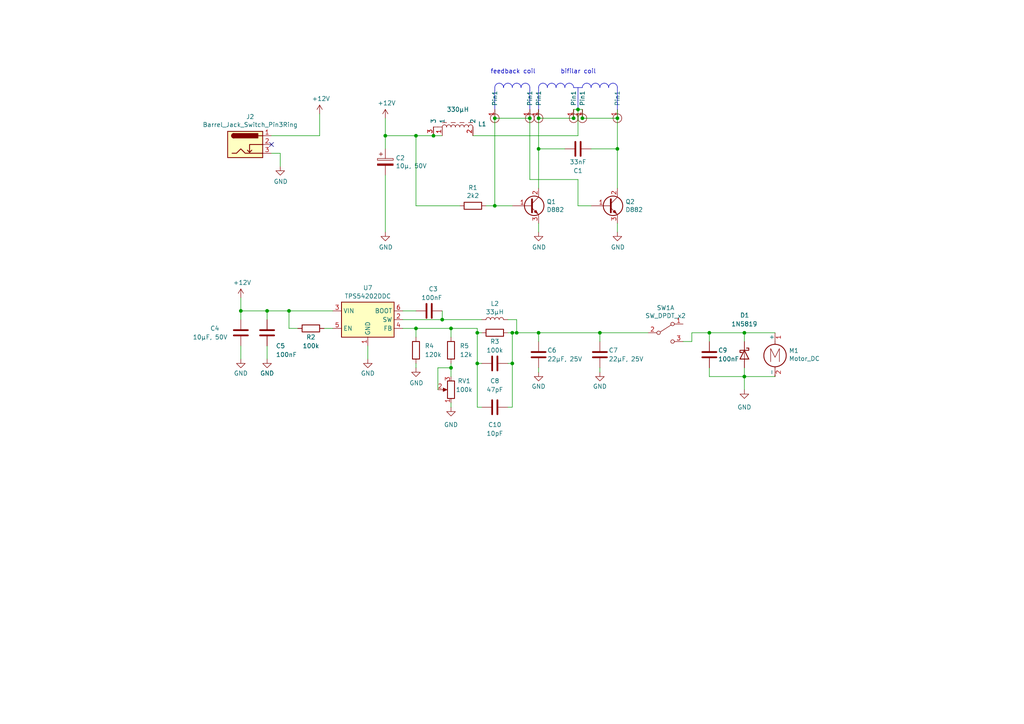
<source format=kicad_sch>
(kicad_sch (version 20230121) (generator eeschema)
  (paper "A4")
  (title_block (title "RD56c_PS_V1") (date "2021-01-03") (rev "V1") (company "Ludwin Monz") (comment 1 "you may not use the material for commercial purposes") (comment 2 "you may use non-commercially, adapt, share alike") (comment 3 "https://creativecommons.org/licenses/by-nc-sa/4.0/") (comment 4 "License: Creative Commons Attribution-Non-Commercial (CC BY-NC-SA)"))
  (lib_symbols
    (symbol "Connector:Barrel_Jack_Switch_Pin3Ring" (pin_names hide)
      (property "Reference" "J" (at 0 5.334 0))
      (property "Value" "Barrel_Jack_Switch_Pin3Ring" (at 0 -5.08 0))
      (symbol "Barrel_Jack_Switch_Pin3Ring_0_1"
        (rectangle (start -5.08 3.81) (end 5.08 -3.81) (stroke (width 0.254)) (fill (type background)))
        (arc (start -3.302 3.175) (mid -3.9343 2.54) (end -3.302 1.905) (stroke (width 0.254)))
        (arc (start -3.302 3.175) (mid -3.9343 2.54) (end -3.302 1.905) (stroke (width 0.254)) (fill (type outline)))
        (polyline (pts (xy 1.27 -2.286) (xy 1.905 -1.651)) (stroke (width 0.254)))
        (polyline (pts (xy 5.08 2.54) (xy 3.81 2.54)) (stroke (width 0.254)))
        (polyline (pts (xy 5.08 0) (xy 1.27 0) (xy 1.27 -2.286) (xy 0.635 -1.651)) (stroke (width 0.254)))
        (polyline (pts (xy -3.81 -2.54) (xy -2.54 -2.54) (xy -1.27 -1.27) (xy 0 -2.54) (xy 2.54 -2.54) (xy 5.08 -2.54)) (stroke (width 0.254)))
        (rectangle (start 3.683 3.175) (end -3.302 1.905) (stroke (width 0.254)) (fill (type outline)))
      )
      (symbol "Barrel_Jack_Switch_Pin3Ring_1_1"
        (pin passive line (at 7.62 2.54 180) (length 2.54) (name "~") (number "1"))
        (pin passive line (at 7.62 0 180) (length 2.54) (name "~") (number "2"))
        (pin passive line (at 7.62 -2.54 180) (length 2.54) (name "~") (number "3"))
      )
    )
    (symbol "Device:C" (pin_numbers hide) (pin_names (offset 0.254))
      (property "Reference" "C" (at 0.635 2.54 0))
      (property "Value" "C" (at 0.635 -2.54 0))
      (symbol "C_0_1"
        (polyline (pts (xy -2.032 -0.762) (xy 2.032 -0.762)) (stroke (width 0.508)))
        (polyline (pts (xy -2.032 0.762) (xy 2.032 0.762)) (stroke (width 0.508)))
      )
      (symbol "C_1_1"
        (pin passive line (at 0 3.81 270) (length 2.794) (name "~") (number "1"))
        (pin passive line (at 0 -3.81 90) (length 2.794) (name "~") (number "2"))
      )
    )
    (symbol "Device:D_Schottky" (pin_numbers hide) (pin_names (offset 1.016) hide)
      (property "Reference" "D" (at 0 2.54 0))
      (property "Value" "D_Schottky" (at 0 -2.54 0))
      (symbol "D_Schottky_0_1"
        (polyline (pts (xy 1.27 0) (xy -1.27 0)))
        (polyline (pts (xy 1.27 1.27) (xy 1.27 -1.27) (xy -1.27 0) (xy 1.27 1.27)) (stroke (width 0.254)))
        (polyline (pts (xy -1.905 0.635) (xy -1.905 1.27) (xy -1.27 1.27) (xy -1.27 -1.27) (xy -0.635 -1.27) (xy -0.635 -0.635)) (stroke (width 0.254)))
      )
      (symbol "D_Schottky_1_1"
        (pin passive line (at -3.81 0 0) (length 2.54) (name "K") (number "1"))
        (pin passive line (at 3.81 0 180) (length 2.54) (name "A") (number "2"))
      )
    )
    (symbol "Device:L" (pin_numbers hide) (pin_names (offset 1.016) hide)
      (property "Reference" "L" (at -1.27 0 90))
      (property "Value" "L" (at 1.905 0 90))
      (symbol "L_0_1"
        (arc (start 0 -2.54) (mid 0.6323 -1.905) (end 0 -1.27))
        (arc (start 0 -1.27) (mid 0.6323 -0.635) (end 0 0))
        (arc (start 0 0) (mid 0.6323 0.635) (end 0 1.27))
        (arc (start 0 1.27) (mid 0.6323 1.905) (end 0 2.54))
      )
      (symbol "L_1_1"
        (pin passive line (at 0 3.81 270) (length 1.27) (name "1") (number "1"))
        (pin passive line (at 0 -3.81 90) (length 1.27) (name "2") (number "2"))
      )
    )
    (symbol "Device:Q_NPN_BCE" (pin_names (offset 0) hide)
      (property "Reference" "Q" (at 5.08 1.27 0))
      (property "Value" "Q_NPN_BCE" (at 5.08 -1.27 0))
      (symbol "Q_NPN_BCE_0_1"
        (polyline (pts (xy 0.635 0.635) (xy 2.54 2.54)))
        (polyline (pts (xy 0.635 -0.635) (xy 2.54 -2.54) (xy 2.54 -2.54)))
        (polyline (pts (xy 0.635 1.905) (xy 0.635 -1.905) (xy 0.635 -1.905)) (stroke (width 0.508)))
        (polyline (pts (xy 1.27 -1.778) (xy 1.778 -1.27) (xy 2.286 -2.286) (xy 1.27 -1.778) (xy 1.27 -1.778)) (fill (type outline)))
        (circle (center 1.27 0) (radius 2.8194) (stroke (width 0.254)))
      )
      (symbol "Q_NPN_BCE_1_1"
        (pin input line (at -5.08 0 0) (length 5.715) (name "B") (number "1"))
        (pin passive line (at 2.54 5.08 270) (length 2.54) (name "C") (number "2"))
        (pin passive line (at 2.54 -5.08 90) (length 2.54) (name "E") (number "3"))
      )
    )
    (symbol "Device:R" (pin_numbers hide) (pin_names (offset 0))
      (property "Reference" "R" (at 2.032 0 90))
      (property "Value" "R" (at 0 0 90))
      (symbol "R_0_1"
        (rectangle (start -1.016 -2.54) (end 1.016 2.54) (stroke (width 0.254)))
      )
      (symbol "R_1_1"
        (pin passive line (at 0 3.81 270) (length 1.27) (name "~") (number "1"))
        (pin passive line (at 0 -3.81 90) (length 1.27) (name "~") (number "2"))
      )
    )
    (symbol "Motor:Motor_DC" (pin_names (offset 0))
      (property "Reference" "M" (at 2.54 2.54 0))
      (property "Value" "Motor_DC" (at 2.54 -5.08 0))
      (symbol "Motor_DC_0_0"
        (polyline (pts (xy -1.27 -3.302) (xy -1.27 0.508) (xy 0 -2.032) (xy 1.27 0.508) (xy 1.27 -3.302)))
      )
      (symbol "Motor_DC_0_1"
        (circle (center 0 -1.524) (radius 3.2512) (stroke (width 0.254)))
        (polyline (pts (xy 0 -7.62) (xy 0 -7.112)))
        (polyline (pts (xy 0 -4.7752) (xy 0 -5.1816)))
        (polyline (pts (xy 0 1.7272) (xy 0 2.0828)))
        (polyline (pts (xy 0 2.032) (xy 0 2.54)))
      )
      (symbol "Motor_DC_1_1"
        (pin passive line (at 0 5.08 270) (length 2.54) (name "+") (number "1"))
        (pin passive line (at 0 -7.62 90) (length 2.54) (name "-") (number "2"))
      )
    )
    (symbol "PS POV radio V3-rescue:+12V-power" (power) (pin_names (offset 0))
      (property "Value" "+12V-power" (at 0 3.556 0))
      (symbol "+12V-power_0_1"
        (polyline (pts (xy -0.762 1.27) (xy 0 2.54)))
        (polyline (pts (xy 0 0) (xy 0 2.54)))
        (polyline (pts (xy 0 2.54) (xy 0.762 1.27)))
      )
      (symbol "+12V-power_1_1"
        (pin power_in line (at 0 0 90) (length 0) hide (name "+12V") (number "1"))
      )
    )
    (symbol "PS POV radio V3-rescue:GND-power" (power) (pin_names (offset 0))
      (property "Value" "GND-power" (at 0 -3.81 0))
      (symbol "GND-power_0_1"
        (polyline (pts (xy 0 0) (xy 0 -1.27) (xy 1.27 -1.27) (xy 0 -2.54) (xy -1.27 -1.27) (xy 0 -1.27)))
      )
      (symbol "GND-power_1_1"
        (pin power_in line (at 0 0 270) (length 0) hide (name "GND") (number "1"))
      )
    )
    (symbol "RD40_PS_V1-rescue:R_POT-Device" (pin_names (offset 1.016) hide)
      (property "Reference" "RV" (at -4.445 0 90))
      (property "Value" "Device_R_POT" (at -2.54 0 90))
      (symbol "R_POT-Device_0_1"
        (polyline (pts (xy 2.54 0) (xy 1.524 0)))
        (polyline (pts (xy 1.143 0) (xy 2.286 0.508) (xy 2.286 -0.508) (xy 1.143 0)) (fill (type outline)))
        (rectangle (start 1.016 2.54) (end -1.016 -2.54) (stroke (width 0.254)))
      )
      (symbol "R_POT-Device_1_1"
        (pin passive line (at 0 3.81 270) (length 1.27) (name "1") (number "1"))
        (pin passive line (at 3.81 0 180) (length 1.27) (name "2") (number "2"))
        (pin passive line (at 0 -3.81 90) (length 1.27) (name "3") (number "3"))
      )
    )
    (symbol "RD56c_PS_V1-rescue:CP-Device" (pin_numbers hide) (pin_names (offset 0.254))
      (property "Reference" "C" (at 0.635 2.54 0))
      (property "Value" "Device_CP" (at 0.635 -2.54 0))
      (symbol "CP-Device_0_1"
        (rectangle (start -2.286 0.508) (end 2.286 1.016))
        (polyline (pts (xy -1.778 2.286) (xy -0.762 2.286)))
        (polyline (pts (xy -1.27 2.794) (xy -1.27 1.778)))
        (rectangle (start 2.286 -0.508) (end -2.286 -1.016) (fill (type outline)))
      )
      (symbol "CP-Device_1_1"
        (pin passive line (at 0 3.81 270) (length 2.794) (name "~") (number "1"))
        (pin passive line (at 0 -3.81 90) (length 2.794) (name "~") (number "2"))
      )
    )
    (symbol "Regulator_Switching:TPS54202DDC"
      (property "Reference" "U" (at -7.62 6.35 0))
      (property "Value" "TPS54202DDC" (at 0 6.35 0))
      (symbol "TPS54202DDC_0_1"
        (rectangle (start -7.62 5.08) (end 7.62 -5.08) (stroke (width 0.254)) (fill (type background)))
      )
      (symbol "TPS54202DDC_1_1"
        (pin power_in line (at 0 -7.62 90) (length 2.54) (name "GND") (number "1"))
        (pin power_out line (at 10.16 0 180) (length 2.54) (name "SW") (number "2"))
        (pin power_in line (at -10.16 2.54 0) (length 2.54) (name "VIN") (number "3"))
        (pin input line (at 10.16 -2.54 180) (length 2.54) (name "FB") (number "4"))
        (pin input line (at -10.16 -2.54 0) (length 2.54) (name "EN") (number "5"))
        (pin passive line (at 10.16 2.54 180) (length 2.54) (name "BOOT") (number "6"))
      )
    )
    (symbol "Switch:SW_DPDT_x2" (pin_names (offset 0) hide)
      (property "Reference" "SW" (at 0 4.318 0))
      (property "Value" "SW_DPDT_x2" (at 0 -5.08 0))
      (symbol "SW_DPDT_x2_0_0"
        (circle (center -2.032 0) (radius 0.508))
        (circle (center 2.032 -2.54) (radius 0.508))
      )
      (symbol "SW_DPDT_x2_0_1"
        (polyline (pts (xy -1.524 0.254) (xy 1.651 2.286)))
        (circle (center 2.032 2.54) (radius 0.508))
      )
      (symbol "SW_DPDT_x2_1_1"
        (pin passive line (at 5.08 2.54 180) (length 2.54) (name "A") (number "1"))
        (pin passive line (at -5.08 0 0) (length 2.54) (name "B") (number "2"))
        (pin passive line (at 5.08 -2.54 180) (length 2.54) (name "C") (number "3"))
      )
      (symbol "SW_DPDT_x2_2_1"
        (pin passive line (at 5.08 2.54 180) (length 2.54) (name "A") (number "4"))
        (pin passive line (at -5.08 0 0) (length 2.54) (name "B") (number "5"))
        (pin passive line (at 5.08 -2.54 180) (length 2.54) (name "C") (number "6"))
      )
    )
    (symbol "my_symbols:Pin-Connector" (pin_names (offset 1.016))
      (property "Value" "Pin-Connector" (at 0 0 0))
      (symbol "Pin-Connector_0_1"
        (circle (center 0 -2.54) (radius 1.27))
      )
      (symbol "Pin-Connector_1_1"
        (pin input line (at 0 -2.54 0) (length 2.54) (name "Pin1") (number "1"))
      )
    )
    (symbol "my_symbols:coil_2size" (pin_names (offset 1.016))
      (property "Reference" "L" (at 7.62 3.81 0))
      (property "Value" "coil_2size" (at 0 3.81 0))
      (symbol "coil_2size_0_1"
        (arc (start -1.27 0) (mid -1.905 0.6323) (end -2.54 0))
        (arc (start -1.27 0) (mid -1.27 0) (end -1.27 0))
        (arc (start 0 0) (mid -0.635 0.6323) (end -1.27 0))
        (polyline (pts (xy -5.08 0) (xy -3.81 0)))
        (polyline (pts (xy -3.81 0) (xy -2.54 0)))
        (polyline (pts (xy -2.54 1.27) (xy -1.27 1.27)))
        (polyline (pts (xy 0 1.27) (xy 1.27 1.27)))
        (polyline (pts (xy 2.54 1.27) (xy 3.81 1.27)))
        (polyline (pts (xy 5.08 1.27) (xy 6.35 1.27)))
        (arc (start 1.27 0) (mid 0.635 0.6323) (end 0 0))
        (arc (start 2.54 0) (mid 1.905 0.6323) (end 1.27 0))
        (arc (start 3.81 0) (mid 3.175 0.6323) (end 2.54 0))
        (arc (start 5.08 0) (mid 4.445 0.6323) (end 3.81 0))
        (arc (start 6.35 0) (mid 5.715 0.6323) (end 5.08 0))
      )
      (symbol "coil_2size_1_1"
        (pin input line (at -2.54 -2.54 90) (length 2.54) (name "1") (number "1"))
        (pin input line (at 6.35 -2.54 90) (length 2.54) (name "2") (number "2"))
        (pin input line (at -5.08 -2.54 90) (length 2.54) (name "3") (number "3"))
      )
    )
    (symbol "power:+12V" (power) (pin_names (offset 0))
      (property "Value" "+12V" (at 0 3.556 0))
      (symbol "+12V_0_1"
        (polyline (pts (xy -0.762 1.27) (xy 0 2.54)))
        (polyline (pts (xy 0 0) (xy 0 2.54)))
        (polyline (pts (xy 0 2.54) (xy 0.762 1.27)))
      )
      (symbol "+12V_1_1"
        (pin power_in line (at 0 0 90) (length 0) hide (name "+12V") (number "1"))
      )
    )
    (symbol "power:GND" (power) (pin_names (offset 0))
      (property "Value" "GND" (at 0 -3.81 0))
      (symbol "GND_0_1"
        (polyline (pts (xy 0 0) (xy 0 -1.27) (xy 1.27 -1.27) (xy 0 -2.54) (xy -1.27 -1.27) (xy 0 -1.27)))
      )
      (symbol "GND_1_1"
        (pin power_in line (at 0 0 270) (length 0) hide (name "GND") (number "1"))
      )
    )
  )
  (junction (at 179.07 43.18))
  (junction (at 143.51 34.29))
  (junction (at 130.81 95.25))
  (junction (at 125.73 39.37))
  (junction (at 130.81 106.68))
  (junction (at 205.74 96.52))
  (junction (at 120.65 95.25))
  (junction (at 156.21 43.18))
  (junction (at 179.07 34.29))
  (junction (at 120.65 39.37))
  (junction (at 148.59 105.41))
  (junction (at 215.9 109.22))
  (junction (at 111.76 39.37))
  (junction (at 156.21 96.52))
  (junction (at 143.51 59.69))
  (junction (at 153.67 34.29))
  (junction (at 173.99 96.52))
  (junction (at 77.47 90.17))
  (junction (at 156.21 34.29))
  (junction (at 69.85 90.17))
  (junction (at 83.82 90.17))
  (junction (at 166.37 34.29))
  (junction (at 138.43 105.41))
  (junction (at 215.9 96.52))
  (junction (at 149.86 96.52))
  (junction (at 148.59 96.52))
  (junction (at 138.43 96.52))
  (junction (at 167.64 31.75))
  (junction (at 168.91 34.29))
  (junction (at 128.27 92.71))
  (no_connect (at 78.74 41.91))
  (wire (pts (xy 166.37 34.29) (xy 166.37 31.75)))
  (wire (pts (xy 92.71 39.37) (xy 92.71 33.02)))
  (wire (pts (xy 156.21 96.52) (xy 149.86 96.52)))
  (wire (pts (xy 78.74 39.37) (xy 92.71 39.37)))
  (wire (pts (xy 138.43 96.52) (xy 138.43 95.25)))
  (wire (pts (xy 156.21 106.68) (xy 156.21 107.95)))
  (wire (pts (xy 86.36 95.25) (xy 83.82 95.25)))
  (wire (pts (xy 173.99 96.52) (xy 187.96 96.52)))
  (wire (pts (xy 153.67 34.29) (xy 153.67 52.07)))
  (wire (pts (xy 69.85 100.33) (xy 69.85 104.14)))
  (wire (pts (xy 167.64 31.75) (xy 168.91 31.75)))
  (wire (pts (xy 130.81 116.84) (xy 130.81 118.11)))
  (wire (pts (xy 138.43 96.52) (xy 139.7 96.52)))
  (wire (pts (xy 77.47 100.33) (xy 77.47 104.14)))
  (wire (pts (xy 166.37 34.29) (xy 156.21 34.29)))
  (wire (pts (xy 215.9 109.22) (xy 224.79 109.22)))
  (wire (pts (xy 156.21 34.29) (xy 156.21 43.18)))
  (wire (pts (xy 130.81 95.25) (xy 138.43 95.25)))
  (wire (pts (xy 130.81 106.68) (xy 130.81 109.22)))
  (wire (pts (xy 77.47 90.17) (xy 77.47 92.71)))
  (wire (pts (xy 205.74 99.06) (xy 205.74 96.52)))
  (wire (pts (xy 125.73 39.37) (xy 128.27 39.37)))
  (wire (pts (xy 138.43 105.41) (xy 138.43 96.52)))
  (wire (pts (xy 147.32 105.41) (xy 148.59 105.41)))
  (wire (pts (xy 200.66 96.52) (xy 205.74 96.52)))
  (wire (pts (xy 128.27 92.71) (xy 139.7 92.71)))
  (wire (pts (xy 153.67 34.29) (xy 143.51 34.29)))
  (wire (pts (xy 179.07 34.29) (xy 168.91 34.29)))
  (wire (pts (xy 69.85 90.17) (xy 69.85 92.71)))
  (wire (pts (xy 143.51 34.29) (xy 143.51 59.69)))
  (wire (pts (xy 127 106.68) (xy 130.81 106.68)))
  (wire (pts (xy 139.7 118.11) (xy 138.43 118.11)))
  (wire (pts (xy 179.07 31.75) (xy 179.07 34.29)))
  (wire (pts (xy 125.73 39.37) (xy 120.65 39.37)))
  (wire (pts (xy 179.07 67.31) (xy 179.07 64.77)))
  (wire (pts (xy 167.64 52.07) (xy 167.64 59.69)))
  (wire (pts (xy 173.99 106.68) (xy 173.99 107.95)))
  (wire (pts (xy 153.67 52.07) (xy 167.64 52.07)))
  (wire (pts (xy 120.65 59.69) (xy 120.65 39.37)))
  (wire (pts (xy 120.65 105.41) (xy 120.65 106.68)))
  (wire (pts (xy 205.74 96.52) (xy 215.9 96.52)))
  (wire (pts (xy 156.21 31.75) (xy 156.21 34.29)))
  (wire (pts (xy 153.67 31.75) (xy 153.67 34.29)))
  (wire (pts (xy 173.99 99.06) (xy 173.99 96.52)))
  (wire (pts (xy 166.37 31.75) (xy 167.64 31.75)))
  (wire (pts (xy 167.64 59.69) (xy 171.45 59.69)))
  (wire (pts (xy 163.83 43.18) (xy 156.21 43.18)))
  (wire (pts (xy 147.32 118.11) (xy 148.59 118.11)))
  (wire (pts (xy 205.74 106.68) (xy 205.74 109.22)))
  (wire (pts (xy 128.27 90.17) (xy 128.27 92.71)))
  (wire (pts (xy 111.76 34.29) (xy 111.76 39.37)))
  (wire (pts (xy 156.21 67.31) (xy 156.21 64.77)))
  (wire (pts (xy 116.84 90.17) (xy 120.65 90.17)))
  (wire (pts (xy 167.64 39.37) (xy 137.16 39.37)))
  (wire (pts (xy 116.84 92.71) (xy 128.27 92.71)))
  (wire (pts (xy 156.21 43.18) (xy 156.21 54.61)))
  (wire (pts (xy 83.82 95.25) (xy 83.82 90.17)))
  (wire (pts (xy 149.86 92.71) (xy 149.86 96.52)))
  (wire (pts (xy 83.82 90.17) (xy 96.52 90.17)))
  (wire (pts (xy 149.86 96.52) (xy 148.59 96.52)))
  (wire (pts (xy 120.65 95.25) (xy 130.81 95.25)))
  (wire (pts (xy 116.84 95.25) (xy 120.65 95.25)))
  (wire (pts (xy 139.7 105.41) (xy 138.43 105.41)))
  (wire (pts (xy 127 113.03) (xy 127 106.68)))
  (wire (pts (xy 133.35 59.69) (xy 120.65 59.69)))
  (wire (pts (xy 130.81 105.41) (xy 130.81 106.68)))
  (wire (pts (xy 156.21 99.06) (xy 156.21 96.52)))
  (wire (pts (xy 143.51 31.75) (xy 143.51 34.29)))
  (wire (pts (xy 120.65 39.37) (xy 111.76 39.37)))
  (wire (pts (xy 171.45 43.18) (xy 179.07 43.18)))
  (wire (pts (xy 106.68 100.33) (xy 106.68 104.14)))
  (wire (pts (xy 215.9 96.52) (xy 215.9 99.06)))
  (wire (pts (xy 130.81 95.25) (xy 130.81 97.79)))
  (wire (pts (xy 167.64 31.75) (xy 167.64 39.37)))
  (wire (pts (xy 205.74 109.22) (xy 215.9 109.22)))
  (wire (pts (xy 148.59 96.52) (xy 147.32 96.52)))
  (wire (pts (xy 179.07 34.29) (xy 179.07 43.18)))
  (wire (pts (xy 147.32 92.71) (xy 149.86 92.71)))
  (wire (pts (xy 69.85 86.36) (xy 69.85 90.17)))
  (wire (pts (xy 215.9 96.52) (xy 224.79 96.52)))
  (wire (pts (xy 200.66 99.06) (xy 200.66 96.52)))
  (wire (pts (xy 111.76 39.37) (xy 111.76 43.18)))
  (wire (pts (xy 198.12 99.06) (xy 200.66 99.06)))
  (wire (pts (xy 120.65 95.25) (xy 120.65 97.79)))
  (wire (pts (xy 143.51 59.69) (xy 148.59 59.69)))
  (wire (pts (xy 215.9 106.68) (xy 215.9 109.22)))
  (wire (pts (xy 111.76 50.8) (xy 111.76 67.31)))
  (wire (pts (xy 93.98 95.25) (xy 96.52 95.25)))
  (wire (pts (xy 78.74 44.45) (xy 81.28 44.45)))
  (wire (pts (xy 148.59 118.11) (xy 148.59 105.41)))
  (wire (pts (xy 143.51 59.69) (xy 140.97 59.69)))
  (wire (pts (xy 168.91 34.29) (xy 168.91 31.75)))
  (wire (pts (xy 148.59 105.41) (xy 148.59 96.52)))
  (wire (pts (xy 138.43 118.11) (xy 138.43 105.41)))
  (wire (pts (xy 81.28 44.45) (xy 81.28 48.26)))
  (wire (pts (xy 69.85 90.17) (xy 77.47 90.17)))
  (wire (pts (xy 173.99 96.52) (xy 156.21 96.52)))
  (wire (pts (xy 179.07 43.18) (xy 179.07 54.61)))
  (wire (pts (xy 77.47 90.17) (xy 83.82 90.17)))
  (wire (pts (xy 215.9 109.22) (xy 215.9 113.03)))
  (rectangle (start 167.64 25.4) (end 167.64 31.75))
  (arc (start 177.8 24.13) (mid 178.698 24.502) (end 179.07 25.4))
  (arc (start 165.1 24.13) (mid 165.998 24.502) (end 166.37 25.4))
  (arc (start 149.86 24.13) (mid 150.758 24.502) (end 151.13 25.4))
  (arc (start 151.13 25.4) (mid 151.502 24.502) (end 152.4 24.13))
  (arc (start 162.56 24.13) (mid 163.458 24.502) (end 163.83 25.4))
  (arc (start 156.21 25.4) (mid 156.582 24.502) (end 157.48 24.13))
  (arc (start 146.05 25.4) (mid 146.422 24.502) (end 147.32 24.13))
  (arc (start 157.48 24.13) (mid 158.378 24.502) (end 158.75 25.4))
  (arc (start 143.51 25.4) (mid 143.882 24.502) (end 144.78 24.13))
  (arc (start 173.99 25.4) (mid 174.362 24.502) (end 175.26 24.13))
  (arc (start 163.83 25.4) (mid 164.202 24.502) (end 165.1 24.13))
  (arc (start 176.53 25.4) (mid 176.902 24.502) (end 177.8 24.13))
  (arc (start 148.59 25.4) (mid 148.962 24.502) (end 149.86 24.13))
  (arc (start 144.78 24.13) (mid 145.678 24.502) (end 146.05 25.4))
  (arc (start 168.91 25.4) (mid 169.282 24.502) (end 170.18 24.13))
  (arc (start 171.45 25.4) (mid 171.822 24.502) (end 172.72 24.13))
  (rectangle (start 153.67 25.4) (end 153.67 31.75))
  (arc (start 175.26 24.13) (mid 176.158 24.502) (end 176.53 25.4))
  (rectangle (start 179.07 25.4) (end 179.07 31.75))
  (arc (start 160.02 24.13) (mid 160.918 24.502) (end 161.29 25.4))
  (arc (start 161.29 25.4) (mid 161.662 24.502) (end 162.56 24.13))
  (arc (start 152.4 24.13) (mid 153.298 24.502) (end 153.67 25.4))
  (rectangle (start 143.51 25.4) (end 143.51 31.75))
  (arc (start 147.32 24.13) (mid 148.218 24.502) (end 148.59 25.4))
  (arc (start 170.18 24.13) (mid 171.078 24.502) (end 171.45 25.4))
  (rectangle (start 166.37 25.4) (end 168.91 25.4))
  (rectangle (start 156.21 25.4) (end 156.21 31.75))
  (arc (start 158.75 25.4) (mid 159.122 24.502) (end 160.02 24.13))
  (arc (start 172.72 24.13) (mid 173.618 24.502) (end 173.99 25.4))
  (text "feedback coil" (at 142.24 21.59 0) (effects (font (size 1.27 1.27)) (justify left bottom)))
  (text "bifilar coil" (at 162.56 21.59 0) (effects (font (size 1.27 1.27)) (justify left bottom)))
  (symbol (lib_id "RD56c_PS_V1-rescue:CP-Device") (at 111.76 46.99 0) (unit 1)
    (property "Reference" "C2" (at 114.7572 45.8216 0) (effects (justify left)))
    (property "Value" "10µ, 50V" (at 114.7572 48.133 0) (effects (justify left)))
    (property "Footprint" "Capacitor_SMD:C_1206_3216Metric" (effects hide))
    (property "LCSC" "C13585" (effects hide))
  )
  (symbol (lib_id "power:+12V") (at 111.76 34.29 0) (unit 1)
    (property "Reference" "#PWR01" (effects hide))
    (property "Value" "+12V" (at 112.141 29.8958 0))
  )
  (symbol (lib_id "Device:Q_NPN_BCE") (at 153.67 59.69 0) (unit 1)
    (property "Reference" "Q1" (at 158.5214 58.5216 0) (effects (justify left)))
    (property "Value" "D882" (at 158.5214 60.833 0) (effects (justify left)))
    (property "Footprint" "my_footprints:D882" (effects hide))
    (property "LCSC" "C9634" (effects hide))
  )
  (symbol (lib_id "Device:Q_NPN_BCE") (at 176.53 59.69 0) (unit 1)
    (property "Reference" "Q2" (at 181.3814 58.5216 0) (effects (justify left)))
    (property "Value" "D882" (at 181.3814 60.833 0) (effects (justify left)))
    (property "Footprint" "my_footprints:D882" (effects hide))
    (property "LCSC" "C9634" (effects hide))
  )
  (symbol (lib_id "my_symbols:coil_2size") (at 130.81 36.83 0) (unit 1)
    (property "Reference" "L1" (at 138.6332 35.9664 0) (effects (justify left)))
    (property "Value" "330µH" (at 129.54 31.75 0) (effects (justify left)))
    (property "Footprint" "my_footprints:L_vertical12" (effects hide))
  )
  (symbol (lib_id "Device:C") (at 167.64 43.18 270) (unit 1)
    (property "Reference" "C1" (at 167.64 49.53 90))
    (property "Value" "33nF" (at 167.64 46.99 90))
    (property "Footprint" "my_footprints:MKP10_630V" (effects hide))
  )
  (symbol (lib_id "Device:R") (at 137.16 59.69 270) (unit 1)
    (property "Reference" "R1" (at 137.16 54.4322 90))
    (property "Value" "2k2" (at 137.16 56.7436 90))
    (property "Footprint" "Resistor_SMD:R_0603_1608Metric" (effects hide))
    (property "LCSC" "C4190" (effects hide))
  )
  (symbol (lib_id "power:GND") (at 111.76 67.31 0) (unit 1)
    (property "Reference" "#PWR02" (effects hide))
    (property "Value" "GND" (at 111.887 71.7042 0))
  )
  (symbol (lib_id "power:GND") (at 156.21 67.31 0) (unit 1)
    (property "Reference" "#PWR03" (effects hide))
    (property "Value" "GND" (at 156.337 71.7042 0))
  )
  (symbol (lib_id "power:GND") (at 179.07 67.31 0) (unit 1)
    (property "Reference" "#PWR04" (effects hide))
    (property "Value" "GND" (at 179.197 71.7042 0))
  )
  (symbol (lib_id "my_symbols:Pin-Connector") (at 140.97 34.29 90) (unit 1)
    (property "Reference" "U1" (effects hide))
    (property "Value" "Pin-Connector" (effects hide))
    (property "Footprint" "my_footprints:Pin_2mm" (effects hide))
  )
  (symbol (lib_id "my_symbols:Pin-Connector") (at 151.13 34.29 90) (unit 1)
    (property "Reference" "U2" (effects hide))
    (property "Value" "Pin-Connector" (effects hide))
    (property "Footprint" "my_footprints:Pin_2mm" (effects hide))
  )
  (symbol (lib_id "my_symbols:Pin-Connector") (at 153.67 34.29 90) (unit 1)
    (property "Reference" "U3" (effects hide))
    (property "Value" "Pin-Connector" (effects hide))
    (property "Footprint" "my_footprints:Pin_2mm" (effects hide))
  )
  (symbol (lib_id "my_symbols:Pin-Connector") (at 163.83 34.29 90) (unit 1)
    (property "Reference" "U4" (effects hide))
    (property "Value" "Pin-Connector" (effects hide))
    (property "Footprint" "my_footprints:Pin_2mm" (effects hide))
  )
  (symbol (lib_id "my_symbols:Pin-Connector") (at 166.37 34.29 90) (unit 1)
    (property "Reference" "U5" (effects hide))
    (property "Value" "Pin-Connector" (effects hide))
    (property "Footprint" "my_footprints:Pin_2mm" (effects hide))
  )
  (symbol (lib_id "my_symbols:Pin-Connector") (at 176.53 34.29 90) (unit 1)
    (property "Reference" "U6" (effects hide))
    (property "Value" "Pin-Connector" (effects hide))
    (property "Footprint" "my_footprints:Pin_2mm" (effects hide))
  )
  (symbol (lib_id "Device:C") (at 205.74 102.87 0) (unit 1)
    (property "Reference" "C9" (at 208.28 101.6 0) (effects (justify left)))
    (property "Value" "100nF" (at 208.28 104.14 0) (effects (justify left)))
    (property "Footprint" "Capacitor_SMD:C_0603_1608Metric" (effects hide))
    (property "LCSC" "C14663" (effects hide))
  )
  (symbol (lib_id "power:GND") (at 120.65 106.68 0) (unit 1)
    (property "Reference" "#PWR011" (effects hide))
    (property "Value" "GND" (at 120.777 111.0742 0))
  )
  (symbol (lib_id "Device:D_Schottky") (at 215.9 102.87 270) (unit 1)
    (property "Reference" "D1" (at 214.63 91.44 90) (effects (justify left)))
    (property "Value" "1N5819" (at 212.09 93.98 90) (effects (justify left)))
    (property "Footprint" "my_footprints:1N5819" (effects hide))
    (property "LCSC" "C191023" (effects hide))
  )
  (symbol (lib_id "Device:R") (at 130.81 101.6 0) (unit 1)
    (property "Reference" "R5" (at 133.35 100.33 0) (effects (justify left)))
    (property "Value" "12k" (at 133.35 102.87 0) (effects (justify left)))
    (property "Footprint" "Resistor_SMD:R_0603_1608Metric" (effects hide))
    (property "LCSC" "C22790" (effects hide))
  )
  (symbol (lib_id "power:GND") (at 156.21 107.95 0) (unit 1)
    (property "Reference" "#PWR08" (effects hide))
    (property "Value" "GND" (at 156.21 112.0831 0))
  )
  (symbol (lib_id "Device:R") (at 143.51 96.52 90) (unit 1)
    (property "Reference" "R3" (at 143.51 99.06 90))
    (property "Value" "100k" (at 143.51 101.6 90))
    (property "Footprint" "Resistor_SMD:R_0603_1608Metric" (effects hide))
    (property "LCSC" "C25803" (effects hide))
  )
  (symbol (lib_id "Device:C") (at 124.46 90.17 90) (unit 1)
    (property "Reference" "C3" (at 127 83.82 90) (effects (justify left)))
    (property "Value" "100nF" (at 128.27 86.36 90) (effects (justify left)))
    (property "Footprint" "Capacitor_SMD:C_0603_1608Metric" (effects hide))
    (property "LCSC" "C14663" (effects hide))
  )
  (symbol (lib_id "Device:L") (at 143.51 92.71 90) (unit 1)
    (property "Reference" "L2" (at 143.51 88.0604 90))
    (property "Value" "33µH" (at 143.51 90.4846 90))
    (property "Footprint" "Inductor_SMD:L_Bourns_SRP7028A_7.3x6.6mm" (effects hide))
    (property "LCSC" "C177245" (effects hide))
  )
  (symbol (lib_id "Switch:SW_DPDT_x2") (at 193.04 96.52 0) (unit 1)
    (property "Reference" "SW1" (at 193.04 89.281 0))
    (property "Value" "SW_DPDT_x2" (at 193.04 91.5924 0))
    (property "Footprint" "my_footprints:Switch1" (effects hide))
  )
  (symbol (lib_id "power:GND") (at 106.68 104.14 0) (unit 1)
    (property "Reference" "#PWR07" (effects hide))
    (property "Value" "GND" (at 106.68 108.2731 0))
  )
  (symbol (lib_id "Device:C") (at 143.51 105.41 270) (unit 1)
    (property "Reference" "C8" (at 143.51 110.49 90))
    (property "Value" "47pF" (at 143.51 113.03 90))
    (property "Footprint" "Capacitor_SMD:C_0402_1005Metric" (effects hide))
    (property "LCSC" "C1567" (effects hide))
  )
  (symbol (lib_id "power:GND") (at 77.47 104.14 0) (unit 1)
    (property "Reference" "#PWR06" (effects hide))
    (property "Value" "GND" (at 77.47 108.2731 0))
  )
  (symbol (lib_id "PS POV radio V3-rescue:GND-power") (at 81.28 48.26 0) (unit 1)
    (property "Reference" "#PWR012" (effects hide))
    (property "Value" "GND" (at 81.407 52.6542 0))
  )
  (symbol (lib_id "Connector:Barrel_Jack_Switch_Pin3Ring") (at 71.12 41.91 0) (unit 1)
    (property "Reference" "J2" (at 72.5678 33.8582 0))
    (property "Value" "Barrel_Jack_Switch_Pin3Ring" (at 72.5678 36.1696 0))
    (property "Footprint" "my_footprints:GRAVITECH_CON-SOCJ-2155" (effects hide))
  )
  (symbol (lib_id "Motor:Motor_DC") (at 224.79 101.6 0) (unit 1)
    (property "Reference" "M1" (at 228.8032 101.7016 0) (effects (justify left)))
    (property "Value" "Motor_DC" (at 228.8032 104.013 0) (effects (justify left)))
    (property "Footprint" "my_footprints:motor_tray" (effects hide))
  )
  (symbol (lib_id "PS POV radio V3-rescue:+12V-power") (at 92.71 33.02 0) (unit 1)
    (property "Reference" "#PWR010" (effects hide))
    (property "Value" "+12V" (at 93.091 28.6258 0))
  )
  (symbol (lib_id "Device:C") (at 77.47 96.52 0) (unit 1)
    (property "Reference" "C5" (at 80.01 100.33 0) (effects (justify left)))
    (property "Value" "100nF" (at 80.01 102.87 0) (effects (justify left)))
    (property "Footprint" "Capacitor_SMD:C_0603_1608Metric" (effects hide))
    (property "LCSC" "C14663" (effects hide))
  )
  (symbol (lib_id "Device:C") (at 69.85 96.52 0) (unit 1)
    (property "Reference" "C4" (at 60.96 95.25 0) (effects (justify left)))
    (property "Value" "10µF, 50V" (at 55.88 97.79 0) (effects (justify left)))
    (property "Footprint" "Capacitor_SMD:C_1206_3216Metric" (effects hide))
    (property "LCSC" "C13585" (effects hide))
  )
  (symbol (lib_id "power:GND") (at 69.85 104.14 0) (unit 1)
    (property "Reference" "#PWR05" (effects hide))
    (property "Value" "GND" (at 69.85 108.2731 0))
  )
  (symbol (lib_id "Device:R") (at 90.17 95.25 90) (unit 1)
    (property "Reference" "R2" (at 90.17 97.79 90))
    (property "Value" "100k" (at 90.17 100.33 90))
    (property "Footprint" "Resistor_SMD:R_0603_1608Metric" (effects hide))
    (property "LCSC" "C25803" (effects hide))
  )
  (symbol (lib_id "Regulator_Switching:TPS54202DDC") (at 106.68 92.71 0) (unit 1)
    (property "Reference" "U7" (at 106.68 83.4857 0))
    (property "Value" "TPS54202DDC" (at 106.68 85.9099 0))
    (property "Footprint" "Package_TO_SOT_SMD:SOT-23-6" (effects hide))
    (property "Datasheet" "http://www.ti.com/lit/ds/symlink/tps54202.pdf" (effects hide))
    (property "LCSC" "C191884" (effects hide))
  )
  (symbol (lib_id "Device:C") (at 173.99 102.87 0) (unit 1)
    (property "Reference" "C7" (at 176.53 101.6 0) (effects (justify left)))
    (property "Value" "22µF, 25V" (at 176.53 104.14 0) (effects (justify left)))
    (property "Footprint" "Capacitor_SMD:C_0805_2012Metric" (effects hide))
    (property "LCSC" "C45783" (effects hide))
  )
  (symbol (lib_id "PS POV radio V3-rescue:+12V-power") (at 69.85 86.36 0) (unit 1)
    (property "Reference" "#PWR014" (effects hide))
    (property "Value" "+12V" (at 70.231 81.9658 0))
  )
  (symbol (lib_id "power:GND") (at 130.81 118.11 0) (unit 1)
    (property "Reference" "#PWR013" (effects hide))
    (property "Value" "GND" (at 130.81 123.19 0))
  )
  (symbol (lib_id "power:GND") (at 215.9 113.03 0) (unit 1)
    (property "Reference" "#PWR015" (effects hide))
    (property "Value" "GND" (at 215.9 118.11 0))
  )
  (symbol (lib_id "Device:R") (at 120.65 101.6 0) (unit 1)
    (property "Reference" "R4" (at 123.19 100.33 0) (effects (justify left)))
    (property "Value" "120k" (at 123.19 102.87 0) (effects (justify left)))
    (property "Footprint" "Resistor_SMD:R_0603_1608Metric" (effects hide))
    (property "LCSC" "C25808" (effects hide))
  )
  (symbol (lib_id "RD40_PS_V1-rescue:R_POT-Device") (at 130.81 113.03 180) (unit 1)
    (property "Reference" "RV1" (at 134.62 110.49 0))
    (property "Value" "100k" (at 134.62 113.03 0))
    (property "Footprint" "my_footprints:Poti_10mm" (effects hide))
  )
  (symbol (lib_id "Device:C") (at 143.51 118.11 270) (unit 1)
    (property "Reference" "C10" (at 143.51 123.19 90))
    (property "Value" "10pF" (at 143.51 125.73 90))
    (property "Footprint" "Capacitor_SMD:C_0402_1005Metric" (effects hide))
    (property "LCSC" "C32949" (effects hide))
  )
  (symbol (lib_id "power:GND") (at 173.99 107.95 0) (unit 1)
    (property "Reference" "#PWR09" (effects hide))
    (property "Value" "GND" (at 173.99 112.0831 0))
  )
  (symbol (lib_id "Device:C") (at 156.21 102.87 0) (unit 1)
    (property "Reference" "C6" (at 158.75 101.6 0) (effects (justify left)))
    (property "Value" "22µF, 25V" (at 158.75 104.14 0) (effects (justify left)))
    (property "Footprint" "Capacitor_SMD:C_0805_2012Metric" (effects hide))
    (property "LCSC" "C45783" (effects hide))
  )
)
</source>
